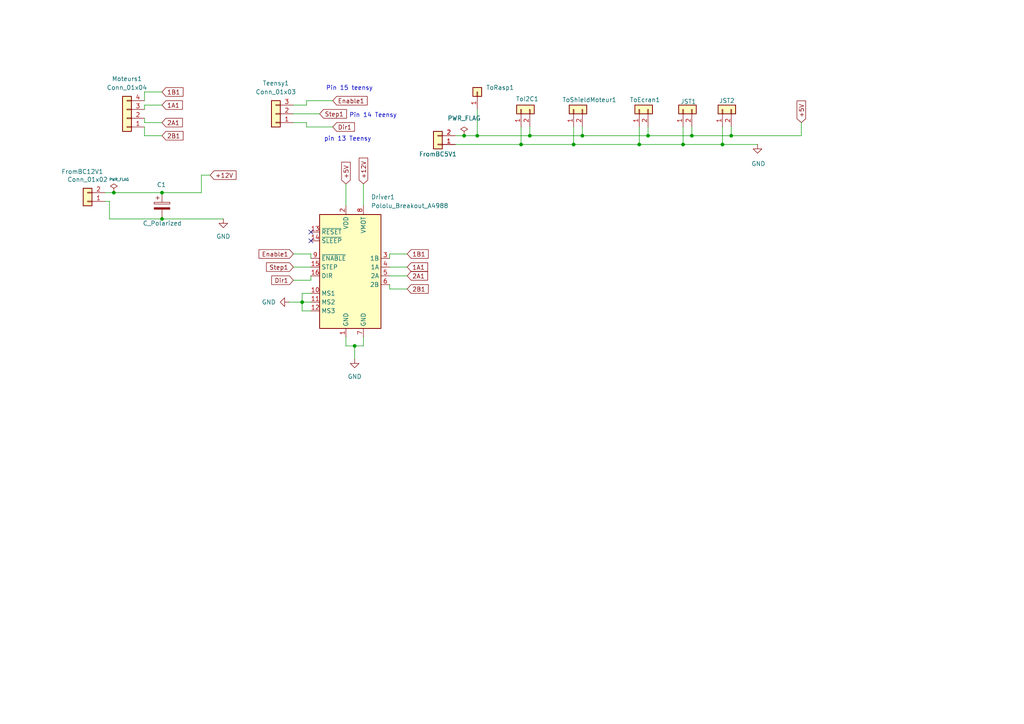
<source format=kicad_sch>
(kicad_sch (version 20231120) (generator "eeschema") (generator_version "8.0")
  (paper "A4")
  (lib_symbols
    (symbol "Connector_Generic:Conn_01x01" (pin_names (offset 1.016) hide)
      (property "Reference" "J" (at 0 2.54 0))
      (property "Value" "Conn_01x01" (at 0 -2.54 0))
      (symbol "Conn_01x01_1_1"
        (rectangle (start -1.27 0.127) (end 0 -0.127) (stroke (width 0.1524)))
        (rectangle (start -1.27 1.27) (end 1.27 -1.27) (stroke (width 0.254)) (fill (type background)))
        (pin passive line (at -5.08 0 0) (length 3.81) (name "Pin_1") (number "1"))
      )
    )
    (symbol "Connector_Generic:Conn_01x02" (pin_names (offset 1.016) hide)
      (property "Reference" "J" (at 0 2.54 0))
      (property "Value" "Conn_01x02" (at 0 -5.08 0))
      (symbol "Conn_01x02_1_1"
        (rectangle (start -1.27 -2.413) (end 0 -2.667) (stroke (width 0.1524)))
        (rectangle (start -1.27 0.127) (end 0 -0.127) (stroke (width 0.1524)))
        (rectangle (start -1.27 1.27) (end 1.27 -3.81) (stroke (width 0.254)) (fill (type background)))
        (pin passive line (at -5.08 0 0) (length 3.81) (name "Pin_1") (number "1"))
        (pin passive line (at -5.08 -2.54 0) (length 3.81) (name "Pin_2") (number "2"))
      )
    )
    (symbol "Connector_Generic:Conn_01x03" (pin_names (offset 1.016) hide)
      (property "Reference" "J" (at 0 5.08 0))
      (property "Value" "Conn_01x03" (at 0 -5.08 0))
      (symbol "Conn_01x03_1_1"
        (rectangle (start -1.27 -2.413) (end 0 -2.667) (stroke (width 0.1524)))
        (rectangle (start -1.27 0.127) (end 0 -0.127) (stroke (width 0.1524)))
        (rectangle (start -1.27 2.667) (end 0 2.413) (stroke (width 0.1524)))
        (rectangle (start -1.27 3.81) (end 1.27 -3.81) (stroke (width 0.254)) (fill (type background)))
        (pin passive line (at -5.08 2.54 0) (length 3.81) (name "Pin_1") (number "1"))
        (pin passive line (at -5.08 0 0) (length 3.81) (name "Pin_2") (number "2"))
        (pin passive line (at -5.08 -2.54 0) (length 3.81) (name "Pin_3") (number "3"))
      )
    )
    (symbol "Connector_Generic:Conn_01x04" (pin_names (offset 1.016) hide)
      (property "Reference" "J" (at 0 5.08 0))
      (property "Value" "Conn_01x04" (at 0 -7.62 0))
      (symbol "Conn_01x04_1_1"
        (rectangle (start -1.27 -4.953) (end 0 -5.207) (stroke (width 0.1524)))
        (rectangle (start -1.27 -2.413) (end 0 -2.667) (stroke (width 0.1524)))
        (rectangle (start -1.27 0.127) (end 0 -0.127) (stroke (width 0.1524)))
        (rectangle (start -1.27 2.667) (end 0 2.413) (stroke (width 0.1524)))
        (rectangle (start -1.27 3.81) (end 1.27 -6.35) (stroke (width 0.254)) (fill (type background)))
        (pin passive line (at -5.08 2.54 0) (length 3.81) (name "Pin_1") (number "1"))
        (pin passive line (at -5.08 0 0) (length 3.81) (name "Pin_2") (number "2"))
        (pin passive line (at -5.08 -2.54 0) (length 3.81) (name "Pin_3") (number "3"))
        (pin passive line (at -5.08 -5.08 0) (length 3.81) (name "Pin_4") (number "4"))
      )
    )
    (symbol "Device:C_Polarized" (pin_numbers hide) (pin_names (offset 0.254))
      (property "Reference" "C" (at 0.635 2.54 0))
      (property "Value" "C_Polarized" (at 0.635 -2.54 0))
      (symbol "C_Polarized_0_1"
        (rectangle (start -2.286 0.508) (end 2.286 1.016))
        (polyline (pts (xy -1.778 2.286) (xy -0.762 2.286)))
        (polyline (pts (xy -1.27 2.794) (xy -1.27 1.778)))
        (rectangle (start 2.286 -0.508) (end -2.286 -1.016) (fill (type outline)))
      )
      (symbol "C_Polarized_1_1"
        (pin passive line (at 0 3.81 270) (length 2.794) (name "~") (number "1"))
        (pin passive line (at 0 -3.81 90) (length 2.794) (name "~") (number "2"))
      )
    )
    (symbol "Driver_Motor:Pololu_Breakout_A4988"
      (property "Reference" "A" (at -2.54 19.05 0))
      (property "Value" "Pololu_Breakout_A4988" (at -2.54 16.51 0))
      (symbol "Pololu_Breakout_A4988_0_1"
        (rectangle (start 10.16 -17.78) (end -7.62 15.24) (stroke (width 0.254)) (fill (type background)))
      )
      (symbol "Pololu_Breakout_A4988_1_1"
        (pin power_in line (at 0 -20.32 90) (length 2.54) (name "GND") (number "1"))
        (pin input line (at -10.16 -7.62 0) (length 2.54) (name "MS1") (number "10"))
        (pin input line (at -10.16 -10.16 0) (length 2.54) (name "MS2") (number "11"))
        (pin input line (at -10.16 -12.7 0) (length 2.54) (name "MS3") (number "12"))
        (pin input line (at -10.16 10.16 0) (length 2.54) (name "~{RESET}") (number "13"))
        (pin input line (at -10.16 7.62 0) (length 2.54) (name "~{SLEEP}") (number "14"))
        (pin input line (at -10.16 0 0) (length 2.54) (name "STEP") (number "15"))
        (pin input line (at -10.16 -2.54 0) (length 2.54) (name "DIR") (number "16"))
        (pin power_in line (at 0 17.78 270) (length 2.54) (name "VDD") (number "2"))
        (pin output line (at 12.7 2.54 180) (length 2.54) (name "1B") (number "3"))
        (pin output line (at 12.7 0 180) (length 2.54) (name "1A") (number "4"))
        (pin output line (at 12.7 -2.54 180) (length 2.54) (name "2A") (number "5"))
        (pin output line (at 12.7 -5.08 180) (length 2.54) (name "2B") (number "6"))
        (pin power_in line (at 5.08 -20.32 90) (length 2.54) (name "GND") (number "7"))
        (pin power_in line (at 5.08 17.78 270) (length 2.54) (name "VMOT") (number "8"))
        (pin input line (at -10.16 2.54 0) (length 2.54) (name "~{ENABLE}") (number "9"))
      )
    )
    (symbol "power:GND" (power) (pin_numbers hide) (pin_names (offset 0) hide)
      (property "Value" "GND" (at 0 -3.81 0))
      (symbol "GND_0_1"
        (polyline (pts (xy 0 0) (xy 0 -1.27) (xy 1.27 -1.27) (xy 0 -2.54) (xy -1.27 -1.27) (xy 0 -1.27)))
      )
      (symbol "GND_1_1"
        (pin power_in line (at 0 0 270) (length 0) (name "~") (number "1"))
      )
    )
    (symbol "power:PWR_FLAG" (power) (pin_numbers hide) (pin_names (offset 0) hide)
      (property "Value" "PWR_FLAG" (at 0 3.81 0))
      (symbol "PWR_FLAG_0_0"
        (pin power_out line (at 0 0 90) (length 0) (name "~") (number "1"))
      )
      (symbol "PWR_FLAG_0_1"
        (polyline (pts (xy 0 0) (xy 0 1.27) (xy -1.016 1.905) (xy 0 2.54) (xy 1.016 1.905) (xy 0 1.27)))
      )
    )
  )
  (junction (at 166.37 41.91))
  (junction (at 102.87 100.33))
  (junction (at 153.67 39.37))
  (junction (at 198.12 41.91))
  (junction (at 168.91 39.37))
  (junction (at 209.55 41.91))
  (junction (at 33.02 55.88))
  (junction (at 151.13 41.91))
  (junction (at 46.99 63.5))
  (junction (at 87.63 87.63))
  (junction (at 200.66 39.37))
  (junction (at 46.99 55.88))
  (junction (at 212.09 39.37))
  (junction (at 134.62 39.37))
  (junction (at 187.96 39.37))
  (junction (at 185.42 41.91))
  (junction (at 138.43 39.37))
  (no_connect (at 90.17 69.85))
  (no_connect (at 90.17 67.31))
  (wire (pts (xy 87.63 90.17) (xy 90.17 90.17)))
  (wire (pts (xy 198.12 36.83) (xy 198.12 41.91)))
  (wire (pts (xy 105.41 53.34) (xy 105.41 59.69)))
  (wire (pts (xy 132.08 39.37) (xy 134.62 39.37)))
  (wire (pts (xy 168.91 36.83) (xy 168.91 39.37)))
  (wire (pts (xy 90.17 85.09) (xy 87.63 85.09)))
  (wire (pts (xy 113.03 77.47) (xy 118.11 77.47)))
  (wire (pts (xy 187.96 39.37) (xy 200.66 39.37)))
  (wire (pts (xy 102.87 100.33) (xy 102.87 104.14)))
  (wire (pts (xy 151.13 36.83) (xy 151.13 41.91)))
  (wire (pts (xy 90.17 81.28) (xy 90.17 80.01)))
  (wire (pts (xy 88.9 35.56) (xy 85.09 35.56)))
  (wire (pts (xy 185.42 41.91) (xy 198.12 41.91)))
  (wire (pts (xy 212.09 36.83) (xy 212.09 39.37)))
  (wire (pts (xy 58.42 50.8) (xy 58.42 55.88)))
  (wire (pts (xy 90.17 73.66) (xy 90.17 74.93)))
  (wire (pts (xy 113.03 83.82) (xy 118.11 83.82)))
  (wire (pts (xy 113.03 83.82) (xy 113.03 82.55)))
  (wire (pts (xy 41.91 29.21) (xy 41.91 26.67)))
  (wire (pts (xy 58.42 50.8) (xy 60.96 50.8)))
  (wire (pts (xy 41.91 34.29) (xy 41.91 35.56)))
  (wire (pts (xy 198.12 41.91) (xy 209.55 41.91)))
  (wire (pts (xy 83.82 87.63) (xy 87.63 87.63)))
  (wire (pts (xy 187.96 36.83) (xy 187.96 39.37)))
  (wire (pts (xy 41.91 35.56) (xy 46.99 35.56)))
  (wire (pts (xy 85.09 77.47) (xy 90.17 77.47)))
  (wire (pts (xy 100.33 100.33) (xy 100.33 97.79)))
  (wire (pts (xy 151.13 41.91) (xy 166.37 41.91)))
  (wire (pts (xy 88.9 29.21) (xy 96.52 29.21)))
  (wire (pts (xy 166.37 36.83) (xy 166.37 41.91)))
  (wire (pts (xy 102.87 100.33) (xy 105.41 100.33)))
  (wire (pts (xy 200.66 36.83) (xy 200.66 39.37)))
  (wire (pts (xy 134.62 39.37) (xy 138.43 39.37)))
  (wire (pts (xy 85.09 33.02) (xy 92.71 33.02)))
  (wire (pts (xy 166.37 41.91) (xy 185.42 41.91)))
  (wire (pts (xy 132.08 41.91) (xy 151.13 41.91)))
  (wire (pts (xy 88.9 36.83) (xy 88.9 35.56)))
  (wire (pts (xy 88.9 30.48) (xy 85.09 30.48)))
  (wire (pts (xy 41.91 26.67) (xy 46.99 26.67)))
  (wire (pts (xy 113.03 73.66) (xy 118.11 73.66)))
  (wire (pts (xy 168.91 39.37) (xy 187.96 39.37)))
  (wire (pts (xy 31.75 58.42) (xy 31.75 63.5)))
  (wire (pts (xy 87.63 87.63) (xy 87.63 90.17)))
  (wire (pts (xy 41.91 36.83) (xy 41.91 39.37)))
  (wire (pts (xy 153.67 39.37) (xy 168.91 39.37)))
  (wire (pts (xy 105.41 100.33) (xy 105.41 97.79)))
  (wire (pts (xy 209.55 36.83) (xy 209.55 41.91)))
  (wire (pts (xy 41.91 31.75) (xy 41.91 30.48)))
  (wire (pts (xy 30.48 58.42) (xy 31.75 58.42)))
  (wire (pts (xy 85.09 73.66) (xy 90.17 73.66)))
  (wire (pts (xy 138.43 31.75) (xy 138.43 39.37)))
  (wire (pts (xy 46.99 55.88) (xy 58.42 55.88)))
  (wire (pts (xy 31.75 63.5) (xy 46.99 63.5)))
  (wire (pts (xy 212.09 39.37) (xy 232.41 39.37)))
  (wire (pts (xy 102.87 100.33) (xy 100.33 100.33)))
  (wire (pts (xy 88.9 29.21) (xy 88.9 30.48)))
  (wire (pts (xy 41.91 30.48) (xy 46.99 30.48)))
  (wire (pts (xy 209.55 41.91) (xy 219.71 41.91)))
  (wire (pts (xy 100.33 53.34) (xy 100.33 59.69)))
  (wire (pts (xy 88.9 36.83) (xy 96.52 36.83)))
  (wire (pts (xy 46.99 63.5) (xy 64.77 63.5)))
  (wire (pts (xy 41.91 39.37) (xy 46.99 39.37)))
  (wire (pts (xy 153.67 36.83) (xy 153.67 39.37)))
  (wire (pts (xy 138.43 39.37) (xy 153.67 39.37)))
  (wire (pts (xy 113.03 74.93) (xy 113.03 73.66)))
  (wire (pts (xy 85.09 81.28) (xy 90.17 81.28)))
  (wire (pts (xy 185.42 36.83) (xy 185.42 41.91)))
  (wire (pts (xy 87.63 87.63) (xy 90.17 87.63)))
  (wire (pts (xy 87.63 85.09) (xy 87.63 87.63)))
  (wire (pts (xy 232.41 39.37) (xy 232.41 35.56)))
  (wire (pts (xy 200.66 39.37) (xy 212.09 39.37)))
  (wire (pts (xy 113.03 80.01) (xy 118.11 80.01)))
  (wire (pts (xy 33.02 55.88) (xy 46.99 55.88)))
  (wire (pts (xy 30.48 55.88) (xy 33.02 55.88)))
  (text "Pin 15 teensy\n" (at 101.346 25.654 0) (effects (font (size 1.27 1.27))))
  (text "Pin 14 Teensy\n" (at 108.204 33.528 0) (effects (font (size 1.27 1.27))))
  (text "pin 13 Teensy" (at 100.838 40.386 0) (effects (font (size 1.27 1.27))))
  (global_label "Enable1" (shape input) (at 85.09 73.66 180) (property "Intersheetrefs" "${INTERSHEET_REFS}" (effects (hide yes))))
  (global_label "1B1" (shape input) (at 118.11 73.66 0) (property "Intersheetrefs" "${INTERSHEET_REFS}" (effects (hide yes))))
  (global_label "2B1" (shape input) (at 118.11 83.82 0) (property "Intersheetrefs" "${INTERSHEET_REFS}" (effects (hide yes))))
  (global_label "Dir1" (shape input) (at 85.09 81.28 180) (property "Intersheetrefs" "${INTERSHEET_REFS}" (effects (hide yes))))
  (global_label "+5V" (shape input) (at 100.33 53.34 90) (property "Intersheetrefs" "${INTERSHEET_REFS}" (effects (hide yes))))
  (global_label "2A1" (shape input) (at 46.99 35.56 0) (property "Intersheetrefs" "${INTERSHEET_REFS}" (effects (hide yes))))
  (global_label "Enable1" (shape input) (at 96.52 29.21 0) (property "Intersheetrefs" "${INTERSHEET_REFS}" (effects (hide yes))))
  (global_label "Step1" (shape input) (at 92.71 33.02 0) (property "Intersheetrefs" "${INTERSHEET_REFS}" (effects (hide yes))))
  (global_label "+5V" (shape input) (at 232.41 35.56 90) (property "Intersheetrefs" "${INTERSHEET_REFS}" (effects (hide yes))))
  (global_label "1A1" (shape input) (at 46.99 30.48 0) (property "Intersheetrefs" "${INTERSHEET_REFS}" (effects (hide yes))))
  (global_label "+12V" (shape input) (at 105.41 53.34 90) (property "Intersheetrefs" "${INTERSHEET_REFS}" (effects (hide yes))))
  (global_label "2A1" (shape input) (at 118.11 80.01 0) (property "Intersheetrefs" "${INTERSHEET_REFS}" (effects (hide yes))))
  (global_label "1B1" (shape input) (at 46.99 26.67 0) (property "Intersheetrefs" "${INTERSHEET_REFS}" (effects (hide yes))))
  (global_label "1A1" (shape input) (at 118.11 77.47 0) (property "Intersheetrefs" "${INTERSHEET_REFS}" (effects (hide yes))))
  (global_label "Dir1" (shape input) (at 96.52 36.83 0) (property "Intersheetrefs" "${INTERSHEET_REFS}" (effects (hide yes))))
  (global_label "+12V" (shape input) (at 60.96 50.8 0) (property "Intersheetrefs" "${INTERSHEET_REFS}" (effects (hide yes))))
  (global_label "Step1" (shape input) (at 85.09 77.47 180) (property "Intersheetrefs" "${INTERSHEET_REFS}" (effects (hide yes))))
  (global_label "2B1" (shape input) (at 46.99 39.37 0) (property "Intersheetrefs" "${INTERSHEET_REFS}" (effects (hide yes))))
  (symbol (lib_id "Connector_Generic:Conn_01x02") (at 209.55 31.75 90) (unit 1)
    (property "Reference" "JST2" (at 208.534 29.21 90) (effects (justify right)))
    (property "Value" "Conn_01x02" (effects (hide yes)))
    (property "Footprint" "Connector_JST:JST_XH_B2B-XH-A_1x02_P2.50mm_Vertical" (effects (hide yes)))
    (property "Description" "Generic connector, single row, 01x02, script generated (kicad-library-utils/schlib/autogen/connector/)" (effects (hide yes)))
  )
  (symbol (lib_id "Connector_Generic:Conn_01x02") (at 198.12 31.75 90) (unit 1)
    (property "Reference" "JST1" (at 197.358 29.464 90) (effects (justify right)))
    (property "Value" "Conn_01x02" (effects (hide yes)))
    (property "Footprint" "Connector_JST:JST_XH_B2B-XH-A_1x02_P2.50mm_Vertical" (effects (hide yes)))
    (property "Description" "Generic connector, single row, 01x02, script generated (kicad-library-utils/schlib/autogen/connector/)" (effects (hide yes)))
  )
  (symbol (lib_id "power:GND") (at 83.82 87.63 270) (unit 1)
    (property "Reference" "#PWR02" (effects (hide yes)))
    (property "Value" "GND" (at 80.01 87.6299 90) (effects (justify right)))
    (property "Description" "Power symbol creates a global label with name \"GND\" , ground" (effects (hide yes)))
  )
  (symbol (lib_id "Device:C_Polarized") (at 46.99 59.69 0) (unit 1)
    (property "Reference" "C1" (at 45.466 53.594 0) (effects (justify left)))
    (property "Value" "C_Polarized" (at 41.402 64.77 0) (effects (justify left)))
    (property "Footprint" "Capacitor_THT:C_Radial_D12.5mm_H25.0mm_P5.00mm" (effects (hide yes)))
    (property "Description" "Polarized capacitor" (effects (hide yes)))
  )
  (symbol (lib_id "Connector_Generic:Conn_01x03") (at 80.01 33.02 180) (unit 1)
    (property "Reference" "Teensy1" (at 80.01 24.13 0))
    (property "Value" "Conn_01x03" (at 80.01 26.67 0))
    (property "Footprint" "Connector_JST:JST_XH_B3B-XH-A_1x03_P2.50mm_Vertical" (effects (hide yes)))
    (property "Description" "Generic connector, single row, 01x03, script generated (kicad-library-utils/schlib/autogen/connector/)" (effects (hide yes)))
  )
  (symbol (lib_id "Connector_Generic:Conn_01x02") (at 127 41.91 180) (unit 1)
    (property "Reference" "FromBC5V1" (at 127 44.704 0))
    (property "Value" "Conn_01x02" (effects (hide yes)))
    (property "Footprint" "TerminalBlock:TerminalBlock_bornier-2_P5.08mm" (effects (hide yes)))
    (property "Description" "Generic connector, single row, 01x02, script generated (kicad-library-utils/schlib/autogen/connector/)" (effects (hide yes)))
  )
  (symbol (lib_id "power:GND") (at 64.77 63.5 0) (unit 1)
    (property "Reference" "#PWR03" (effects (hide yes)))
    (property "Value" "GND" (at 64.77 68.58 0))
    (property "Description" "Power symbol creates a global label with name \"GND\" , ground" (effects (hide yes)))
  )
  (symbol (lib_id "Connector_Generic:Conn_01x02") (at 166.37 31.75 90) (unit 1)
    (property "Reference" "ToShieldMoteur1" (at 163.068 28.956 90) (effects (justify right)))
    (property "Value" "Conn_01x02" (effects (hide yes)))
    (property "Footprint" "Connector_JST:JST_XH_B2B-XH-A_1x02_P2.50mm_Vertical" (effects (hide yes)))
    (property "Description" "Generic connector, single row, 01x02, script generated (kicad-library-utils/schlib/autogen/connector/)" (effects (hide yes)))
  )
  (symbol (lib_id "power:GND") (at 219.71 41.91 0) (unit 1)
    (property "Reference" "#PWR04" (effects (hide yes)))
    (property "Value" "GND" (at 219.964 47.498 0))
    (property "Description" "Power symbol creates a global label with name \"GND\" , ground" (effects (hide yes)))
  )
  (symbol (lib_id "power:PWR_FLAG") (at 33.02 55.88 0) (unit 1)
    (property "Reference" "#FLG03" (effects (hide yes)))
    (property "Value" "PWR_FLAG" (at 34.544 52.07 0) (effects (font (size 0.762 0.762))))
    (property "Description" "Special symbol for telling ERC where power comes from" (effects (hide yes)))
  )
  (symbol (lib_id "Connector_Generic:Conn_01x02") (at 185.42 31.75 90) (unit 1)
    (property "Reference" "ToEcran1" (at 182.626 28.956 90) (effects (justify right)))
    (property "Value" "Conn_01x02" (effects (hide yes)))
    (property "Footprint" "Connector_JST:JST_XH_B2B-XH-A_1x02_P2.50mm_Vertical" (effects (hide yes)))
    (property "Description" "Generic connector, single row, 01x02, script generated (kicad-library-utils/schlib/autogen/connector/)" (effects (hide yes)))
  )
  (symbol (lib_id "Connector_Generic:Conn_01x02") (at 25.4 58.42 180) (unit 1)
    (property "Reference" "FromBC12V1" (at 23.876 49.784 0))
    (property "Value" "Conn_01x02" (at 25.4 52.07 0))
    (property "Footprint" "TerminalBlock:TerminalBlock_bornier-2_P5.08mm" (effects (hide yes)))
    (property "Description" "Generic connector, single row, 01x02, script generated (kicad-library-utils/schlib/autogen/connector/)" (effects (hide yes)))
  )
  (symbol (lib_id "Connector_Generic:Conn_01x04") (at 36.83 34.29 180) (unit 1)
    (property "Reference" "Moteurs1" (at 36.83 22.86 0))
    (property "Value" "Conn_01x04" (at 36.83 25.4 0))
    (property "Footprint" "Connector_JST:JST_XH_B4B-XH-A_1x04_P2.50mm_Vertical" (effects (hide yes)))
    (property "Description" "Generic connector, single row, 01x04, script generated (kicad-library-utils/schlib/autogen/connector/)" (effects (hide yes)))
  )
  (symbol (lib_id "power:GND") (at 102.87 104.14 0) (unit 1)
    (property "Reference" "#PWR01" (effects (hide yes)))
    (property "Value" "GND" (at 102.87 109.22 0))
    (property "Description" "Power symbol creates a global label with name \"GND\" , ground" (effects (hide yes)))
  )
  (symbol (lib_id "Connector_Generic:Conn_01x02") (at 151.13 31.75 90) (unit 1)
    (property "Reference" "ToI2C1" (at 149.606 28.702 90) (effects (justify right)))
    (property "Value" "Conn_01x02" (effects (hide yes)))
    (property "Footprint" "Connector_JST:JST_XH_B2B-XH-A_1x02_P2.50mm_Vertical" (effects (hide yes)))
    (property "Description" "Generic connector, single row, 01x02, script generated (kicad-library-utils/schlib/autogen/connector/)" (effects (hide yes)))
  )
  (symbol (lib_id "power:PWR_FLAG") (at 134.62 39.37 0) (unit 1)
    (property "Reference" "#FLG01" (effects (hide yes)))
    (property "Value" "PWR_FLAG" (at 134.62 34.29 0))
    (property "Description" "Special symbol for telling ERC where power comes from" (effects (hide yes)))
  )
  (symbol (lib_id "Driver_Motor:Pololu_Breakout_A4988") (at 100.33 77.47 0) (unit 1)
    (property "Reference" "Driver1" (at 107.6041 57.15 0) (effects (justify left)))
    (property "Value" "Pololu_Breakout_A4988" (at 107.6041 59.69 0) (effects (justify left)))
    (property "Footprint" "Module:Pololu_Breakout-16_15.2x20.3mm" (effects (hide yes)))
    (property "Datasheet" "https://www.pololu.com/product/2980/pictures" (effects (hide yes)))
    (property "Description" "Pololu Breakout Board, Stepper Driver A4988" (effects (hide yes)))
  )
  (symbol (lib_id "Connector_Generic:Conn_01x01") (at 138.43 26.67 90) (unit 1)
    (property "Reference" "ToRasp1" (at 140.97 25.3999 90) (effects (justify right)))
    (property "Value" "Conn_01x01" (effects (hide yes)))
    (property "Footprint" "Connector_JST:JST_XH_B1B-XH-AM_1x01_P2.50mm_Vertical" (effects (hide yes)))
    (property "Description" "Generic connector, single row, 01x01, script generated (kicad-library-utils/schlib/autogen/connector/)" (effects (hide yes)))
  )
)
</source>
